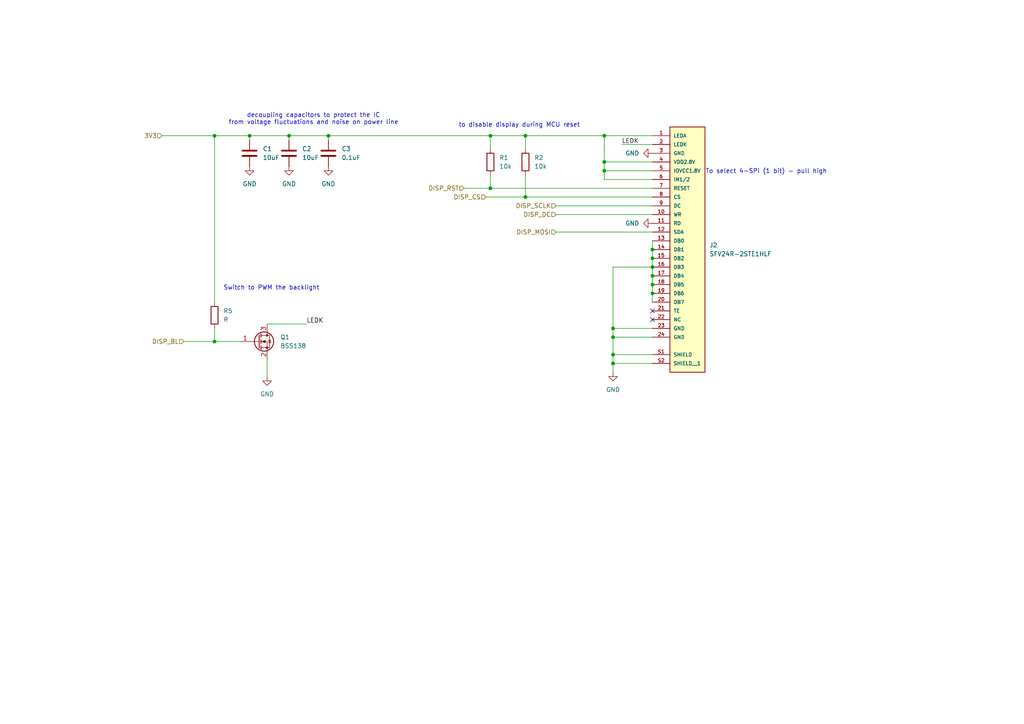
<source format=kicad_sch>
(kicad_sch (version 20250114) (generator "eeschema") (generator_version "9.0")
  (paper "A4")
  (title_block (title "air-ctrl") (date "2025-10-18") (rev "1.1"))
  (lib_symbols
    (symbol "Device:C" (pin_numbers (hide yes)) (pin_names (offset 0.254))
      (property "Reference" "C" (at 0.635 2.54 0))
      (property "Value" "C" (at 0.635 -2.54 0))
      (symbol "C_0_1"
        (polyline (pts (xy -2.032 0.762) (xy 2.032 0.762)) (stroke (width 0.508)))
        (polyline (pts (xy -2.032 -0.762) (xy 2.032 -0.762)) (stroke (width 0.508)))
      )
      (symbol "C_1_1"
        (pin passive line (at 0 3.81 270) (length 2.794) (name "~") (number "1"))
        (pin passive line (at 0 -3.81 90) (length 2.794) (name "~") (number "2"))
      )
    )
    (symbol "Device:R" (pin_numbers (hide yes)) (pin_names (offset 0))
      (property "Reference" "R" (at 2.032 0 90))
      (property "Value" "R" (at 0 0 90))
      (symbol "R_0_1"
        (rectangle (start -1.016 -2.54) (end 1.016 2.54) (stroke (width 0.254)))
      )
      (symbol "R_1_1"
        (pin passive line (at 0 3.81 270) (length 1.27) (name "~") (number "1"))
        (pin passive line (at 0 -3.81 90) (length 1.27) (name "~") (number "2"))
      )
    )
    (symbol "SFV24R-2STE1HLF:SFV24R-2STE1HLF" (pin_names (offset 1.016))
      (property "Reference" "J2" (at 6.35 1.2701 0))
      (property "Value" "SFV24R-2STE1HLF" (at 6.35 -1.2699 0))
      (symbol "SFV24R-2STE1HLF_0_0"
        (rectangle (start -5.08 -35.56) (end 5.08 35.56) (stroke (width 0.254)) (fill (type background)))
        (pin passive line (at -10.16 -30.48 0) (length 5.08) (name "SHIELD") (number "S1"))
        (pin passive line (at -10.16 -33.02 0) (length 5.08) (name "SHIELD__1") (number "S2"))
      )
      (symbol "SFV24R-2STE1HLF_1_0"
        (pin passive line (at -10.16 33.02 0) (length 5.08) (name "LEDA") (number "1"))
        (pin passive line (at -10.16 30.48 0) (length 5.08) (name "LEDK") (number "2"))
        (pin passive line (at -10.16 27.94 0) (length 5.08) (name "GND") (number "3"))
        (pin passive line (at -10.16 25.4 0) (length 5.08) (name "VDD2.8V") (number "4"))
        (pin passive line (at -10.16 22.86 0) (length 5.08) (name "IOVCC1.8V") (number "5"))
        (pin passive line (at -10.16 20.32 0) (length 5.08) (name "IM1/2") (number "6"))
        (pin passive line (at -10.16 17.78 0) (length 5.08) (name "RESET") (number "7"))
        (pin passive line (at -10.16 15.24 0) (length 5.08) (name "CS") (number "8"))
        (pin passive line (at -10.16 12.7 0) (length 5.08) (name "DC") (number "9"))
        (pin passive line (at -10.16 10.16 0) (length 5.08) (name "WR") (number "10"))
        (pin passive line (at -10.16 7.62 0) (length 5.08) (name "RD") (number "11"))
        (pin passive line (at -10.16 5.08 0) (length 5.08) (name "SDA") (number "12"))
        (pin passive line (at -10.16 2.54 0) (length 5.08) (name "DB0") (number "13"))
        (pin passive line (at -10.16 0 0) (length 5.08) (name "DB1") (number "14"))
        (pin passive line (at -10.16 -2.54 0) (length 5.08) (name "DB2") (number "15"))
        (pin passive line (at -10.16 -5.08 0) (length 5.08) (name "DB3") (number "16"))
        (pin passive line (at -10.16 -7.62 0) (length 5.08) (name "DB4") (number "17"))
        (pin passive line (at -10.16 -10.16 0) (length 5.08) (name "DB5") (number "18"))
        (pin passive line (at -10.16 -12.7 0) (length 5.08) (name "DB6") (number "19"))
        (pin passive line (at -10.16 -15.24 0) (length 5.08) (name "DB7") (number "20"))
        (pin passive line (at -10.16 -17.78 0) (length 5.08) (name "TE") (number "21"))
        (pin passive line (at -10.16 -20.32 0) (length 5.08) (name "NC") (number "22"))
        (pin passive line (at -10.16 -22.86 0) (length 5.08) (name "GND") (number "23"))
        (pin passive line (at -10.16 -25.4 0) (length 5.08) (name "GND") (number "24"))
      )
    )
    (symbol "Transistor_FET:BSS138" (pin_names (offset 0) (hide yes))
      (property "Reference" "Q" (at 5.08 1.905 0))
      (property "Value" "BSS138" (at 5.08 0 0))
      (symbol "BSS138_0_1"
        (polyline (pts (xy 0.254 1.905) (xy 0.254 -1.905)) (stroke (width 0.254)))
        (polyline (pts (xy 0.254 0) (xy -2.54 0)))
        (polyline (pts (xy 0.762 2.286) (xy 0.762 1.27)) (stroke (width 0.254)))
        (polyline (pts (xy 0.762 0.508) (xy 0.762 -0.508)) (stroke (width 0.254)))
        (polyline (pts (xy 0.762 -1.27) (xy 0.762 -2.286)) (stroke (width 0.254)))
        (polyline (pts (xy 0.762 -1.778) (xy 3.302 -1.778) (xy 3.302 1.778) (xy 0.762 1.778)))
        (polyline (pts (xy 1.016 0) (xy 2.032 0.381) (xy 2.032 -0.381) (xy 1.016 0)) (fill (type outline)))
        (circle (center 1.651 0) (radius 2.794) (stroke (width 0.254)))
        (polyline (pts (xy 2.54 2.54) (xy 2.54 1.778)))
        (circle (center 2.54 1.778) (radius 0.254) (fill (type outline)))
        (circle (center 2.54 -1.778) (radius 0.254) (fill (type outline)))
        (polyline (pts (xy 2.54 -2.54) (xy 2.54 0) (xy 0.762 0)))
        (polyline (pts (xy 2.921 0.381) (xy 3.683 0.381)))
        (polyline (pts (xy 3.302 0.381) (xy 2.921 -0.254) (xy 3.683 -0.254) (xy 3.302 0.381)))
      )
      (symbol "BSS138_1_1"
        (pin input line (at -5.08 0 0) (length 2.54) (name "G") (number "1"))
        (pin passive line (at 2.54 5.08 270) (length 2.54) (name "D") (number "3"))
        (pin passive line (at 2.54 -5.08 90) (length 2.54) (name "S") (number "2"))
      )
    )
    (symbol "power:GND" (power) (pin_numbers (hide yes)) (pin_names (offset 0) (hide yes))
      (property "Value" "GND" (at 0 -3.81 0))
      (symbol "GND_0_1"
        (polyline (pts (xy 0 0) (xy 0 -1.27) (xy 1.27 -1.27) (xy 0 -2.54) (xy -1.27 -1.27) (xy 0 -1.27)))
      )
      (symbol "GND_1_1"
        (pin power_in line (at 0 0 270) (length 0) (name "~") (number "1"))
      )
    )
  )
  (text "to disable display during MCU reset" (at 150.622 36.322 0) (effects (font (size 1.27 1.27))))
  (text "decoupling capacitors to protect the IC\nfrom voltage fluctuations and noise on power line" (at 90.932 34.544 0) (effects (font (size 1.27 1.27))))
  (text "Switch to PWM the backlight" (at 78.74 83.566 0) (effects (font (size 1.27 1.27))))
  (text "To select 4-SPI (1 bit) - pull high" (at 222.25 49.784 0) (effects (font (size 1.27 1.27))))
  (junction (at 189.23 85.09))
  (junction (at 189.23 77.47))
  (junction (at 175.26 49.53))
  (junction (at 175.26 39.37))
  (junction (at 95.25 39.37))
  (junction (at 177.8 97.79))
  (junction (at 177.8 102.87))
  (junction (at 62.23 99.06))
  (junction (at 189.23 74.93))
  (junction (at 177.8 95.25))
  (junction (at 142.24 54.61))
  (junction (at 189.23 72.39))
  (junction (at 72.39 39.37))
  (junction (at 189.23 82.55))
  (junction (at 177.8 105.41))
  (junction (at 62.23 39.37))
  (junction (at 189.23 80.01))
  (junction (at 83.82 39.37))
  (junction (at 152.4 57.15))
  (junction (at 142.24 39.37))
  (junction (at 175.26 46.99))
  (junction (at 152.4 39.37))
  (no_connect (at 189.23 90.17))
  (no_connect (at 189.23 92.71))
  (wire (pts (xy 189.23 69.85) (xy 189.23 72.39)))
  (wire (pts (xy 161.29 67.31) (xy 189.23 67.31)))
  (wire (pts (xy 152.4 50.8) (xy 152.4 57.15)))
  (wire (pts (xy 77.47 93.98) (xy 88.9 93.98)))
  (wire (pts (xy 177.8 77.47) (xy 177.8 95.25)))
  (wire (pts (xy 77.47 104.14) (xy 77.47 109.22)))
  (wire (pts (xy 189.23 85.09) (xy 189.23 87.63)))
  (wire (pts (xy 189.23 52.07) (xy 175.26 52.07)))
  (wire (pts (xy 175.26 39.37) (xy 189.23 39.37)))
  (wire (pts (xy 177.8 105.41) (xy 189.23 105.41)))
  (wire (pts (xy 161.29 59.69) (xy 189.23 59.69)))
  (wire (pts (xy 175.26 49.53) (xy 175.26 46.99)))
  (wire (pts (xy 180.34 41.91) (xy 189.23 41.91)))
  (wire (pts (xy 177.8 102.87) (xy 177.8 105.41)))
  (wire (pts (xy 189.23 77.47) (xy 177.8 77.47)))
  (wire (pts (xy 189.23 74.93) (xy 189.23 77.47)))
  (wire (pts (xy 189.23 80.01) (xy 189.23 82.55)))
  (wire (pts (xy 134.62 54.61) (xy 142.24 54.61)))
  (wire (pts (xy 142.24 39.37) (xy 142.24 43.18)))
  (wire (pts (xy 142.24 39.37) (xy 152.4 39.37)))
  (wire (pts (xy 175.26 52.07) (xy 175.26 49.53)))
  (wire (pts (xy 72.39 39.37) (xy 83.82 39.37)))
  (wire (pts (xy 62.23 87.63) (xy 62.23 39.37)))
  (wire (pts (xy 177.8 97.79) (xy 177.8 102.87)))
  (wire (pts (xy 72.39 39.37) (xy 72.39 40.64)))
  (wire (pts (xy 152.4 57.15) (xy 189.23 57.15)))
  (wire (pts (xy 175.26 46.99) (xy 175.26 39.37)))
  (wire (pts (xy 152.4 39.37) (xy 152.4 43.18)))
  (wire (pts (xy 189.23 95.25) (xy 177.8 95.25)))
  (wire (pts (xy 95.25 39.37) (xy 142.24 39.37)))
  (wire (pts (xy 189.23 97.79) (xy 177.8 97.79)))
  (wire (pts (xy 189.23 72.39) (xy 189.23 74.93)))
  (wire (pts (xy 177.8 95.25) (xy 177.8 97.79)))
  (wire (pts (xy 53.34 99.06) (xy 62.23 99.06)))
  (wire (pts (xy 83.82 39.37) (xy 95.25 39.37)))
  (wire (pts (xy 189.23 77.47) (xy 189.23 80.01)))
  (wire (pts (xy 83.82 39.37) (xy 83.82 40.64)))
  (wire (pts (xy 177.8 105.41) (xy 177.8 107.95)))
  (wire (pts (xy 152.4 39.37) (xy 175.26 39.37)))
  (wire (pts (xy 62.23 39.37) (xy 72.39 39.37)))
  (wire (pts (xy 177.8 102.87) (xy 189.23 102.87)))
  (wire (pts (xy 62.23 99.06) (xy 69.85 99.06)))
  (wire (pts (xy 62.23 95.25) (xy 62.23 99.06)))
  (wire (pts (xy 161.29 62.23) (xy 189.23 62.23)))
  (wire (pts (xy 189.23 46.99) (xy 175.26 46.99)))
  (wire (pts (xy 140.97 57.15) (xy 152.4 57.15)))
  (wire (pts (xy 142.24 54.61) (xy 189.23 54.61)))
  (wire (pts (xy 189.23 49.53) (xy 175.26 49.53)))
  (wire (pts (xy 189.23 82.55) (xy 189.23 85.09)))
  (wire (pts (xy 46.99 39.37) (xy 62.23 39.37)))
  (wire (pts (xy 142.24 50.8) (xy 142.24 54.61)))
  (wire (pts (xy 95.25 39.37) (xy 95.25 40.64)))
  (label "LEDK" (at 88.9 93.98 0))
  (label "LEDK" (at 180.34 41.91 0))
  (hierarchical_label "DISP_BL" (shape input) (at 53.34 99.06 180))
  (hierarchical_label "DISP_MOSI" (shape input) (at 161.29 67.31 180))
  (hierarchical_label "DISP_CS" (shape input) (at 140.97 57.15 180))
  (hierarchical_label "3V3" (shape input) (at 46.99 39.37 180))
  (hierarchical_label "DISP_DC" (shape input) (at 161.29 62.23 180))
  (hierarchical_label "DISP_SCLK" (shape input) (at 161.29 59.69 180))
  (hierarchical_label "DISP_RST" (shape input) (at 134.62 54.61 180))
  (symbol (lib_id "Device:R") (at 152.4 46.99 0) (unit 1)
    (property "Reference" "R2" (at 154.94 45.7199 0) (effects (justify left)))
    (property "Value" "10k" (at 154.94 48.2599 0) (effects (justify left)))
    (property "Footprint" "Resistor_SMD:R_0603_1608Metric" (effects (hide yes)))
    (property "Description" "Resistor" (effects (hide yes)))
  )
  (symbol (lib_id "power:GND") (at 72.39 48.26 0) (unit 1)
    (property "Reference" "#PWR01" (effects (hide yes)))
    (property "Value" "GND" (at 72.39 53.34 0))
    (property "Description" "Power symbol creates a global label with name \"GND\" , ground" (effects (hide yes)))
  )
  (symbol (lib_id "power:GND") (at 95.25 48.26 0) (unit 1)
    (property "Reference" "#PWR06" (effects (hide yes)))
    (property "Value" "GND" (at 95.25 53.34 0))
    (property "Description" "Power symbol creates a global label with name \"GND\" , ground" (effects (hide yes)))
  )
  (symbol (lib_id "power:GND") (at 83.82 48.26 0) (unit 1)
    (property "Reference" "#PWR05" (effects (hide yes)))
    (property "Value" "GND" (at 83.82 53.34 0))
    (property "Description" "Power symbol creates a global label with name \"GND\" , ground" (effects (hide yes)))
  )
  (symbol (lib_id "power:GND") (at 77.47 109.22 0) (unit 1)
    (property "Reference" "#PWR07" (effects (hide yes)))
    (property "Value" "GND" (at 77.47 114.3 0))
    (property "Description" "Power symbol creates a global label with name \"GND\" , ground" (effects (hide yes)))
  )
  (symbol (lib_id "Device:R") (at 142.24 46.99 0) (unit 1)
    (property "Reference" "R1" (at 144.78 45.7199 0) (effects (justify left)))
    (property "Value" "10k" (at 144.78 48.2599 0) (effects (justify left)))
    (property "Footprint" "Resistor_SMD:R_0603_1608Metric" (effects (hide yes)))
    (property "Description" "Resistor" (effects (hide yes)))
  )
  (symbol (lib_id "power:GND") (at 189.23 64.77 270) (unit 1)
    (property "Reference" "#PWR04" (effects (hide yes)))
    (property "Value" "GND" (at 185.42 64.7699 90) (effects (justify right)))
    (property "Description" "Power symbol creates a global label with name \"GND\" , ground" (effects (hide yes)))
  )
  (symbol (lib_id "Device:C") (at 95.25 44.45 0) (unit 1)
    (property "Reference" "C3" (at 99.06 43.1799 0) (effects (justify left)))
    (property "Value" "0.1uF" (at 99.06 45.7199 0) (effects (justify left)))
    (property "Footprint" "Capacitor_SMD:C_0603_1608Metric" (effects (hide yes)))
    (property "Description" "Unpolarized capacitor" (effects (hide yes)))
  )
  (symbol (lib_id "SFV24R-2STE1HLF:SFV24R-2STE1HLF") (at 199.39 72.39 0) (unit 1)
    (property "Reference" "J2" (at 205.74 71.1199 0) (effects (justify left)))
    (property "Value" "SFV24R-2STE1HLF" (at 205.74 73.6599 0) (effects (justify left)))
    (property "Footprint" "SFV24R_2STE1HLF:AMPHENOL_SFV24R-2STE1HLF" (effects (hide yes)))
    (property "PARTREV" "C" (effects (hide yes)))
    (property "MANUFACTURER" "Amphenol" (effects (hide yes)))
    (property "SNAPEDA_PN" "SFV24R-2STE1HLF" (effects (hide yes)))
    (property "MAXIMUM_PACKAGE_HEIGHT" "2 mm" (effects (hide yes)))
    (property "STANDARD" "Manufacturer Recommendations" (effects (hide yes)))
  )
  (symbol (lib_id "Transistor_FET:BSS138") (at 74.93 99.06 0) (unit 1)
    (property "Reference" "Q1" (at 81.28 97.7899 0) (effects (justify left)))
    (property "Value" "BSS138" (at 81.28 100.3299 0) (effects (justify left)))
    (property "Footprint" "Package_TO_SOT_SMD:SOT-23" (effects (hide yes)))
    (property "Datasheet" "https://www.onsemi.com/pub/Collateral/BSS138-D.PDF" (effects (hide yes)))
    (property "Description" "50V Vds, 0.22A Id, N-Channel MOSFET, SOT-23" (effects (hide yes)))
  )
  (symbol (lib_id "Device:R") (at 62.23 91.44 0) (unit 1)
    (property "Reference" "R5" (at 64.77 90.1699 0) (effects (justify left)))
    (property "Value" "R" (at 64.77 92.7099 0) (effects (justify left)))
    (property "Footprint" "Resistor_SMD:R_0603_1608Metric" (effects (hide yes)))
    (property "Description" "Resistor" (effects (hide yes)))
  )
  (symbol (lib_id "power:GND") (at 177.8 107.95 0) (unit 1)
    (property "Reference" "#PWR02" (effects (hide yes)))
    (property "Value" "GND" (at 177.8 113.03 0))
    (property "Description" "Power symbol creates a global label with name \"GND\" , ground" (effects (hide yes)))
  )
  (symbol (lib_id "Device:C") (at 72.39 44.45 0) (unit 1)
    (property "Reference" "C1" (at 76.2 43.1799 0) (effects (justify left)))
    (property "Value" "10uF" (at 76.2 45.7199 0) (effects (justify left)))
    (property "Footprint" "Capacitor_SMD:C_0603_1608Metric" (effects (hide yes)))
    (property "Description" "Unpolarized capacitor" (effects (hide yes)))
  )
  (symbol (lib_id "power:GND") (at 189.23 44.45 270) (unit 1)
    (property "Reference" "#PWR03" (effects (hide yes)))
    (property "Value" "GND" (at 185.42 44.4499 90) (effects (justify right)))
    (property "Description" "Power symbol creates a global label with name \"GND\" , ground" (effects (hide yes)))
  )
  (symbol (lib_id "Device:C") (at 83.82 44.45 0) (unit 1)
    (property "Reference" "C2" (at 87.63 43.1799 0) (effects (justify left)))
    (property "Value" "10uF" (at 87.63 45.7199 0) (effects (justify left)))
    (property "Footprint" "Capacitor_SMD:C_0603_1608Metric" (effects (hide yes)))
    (property "Description" "Unpolarized capacitor" (effects (hide yes)))
  )
)
</source>
